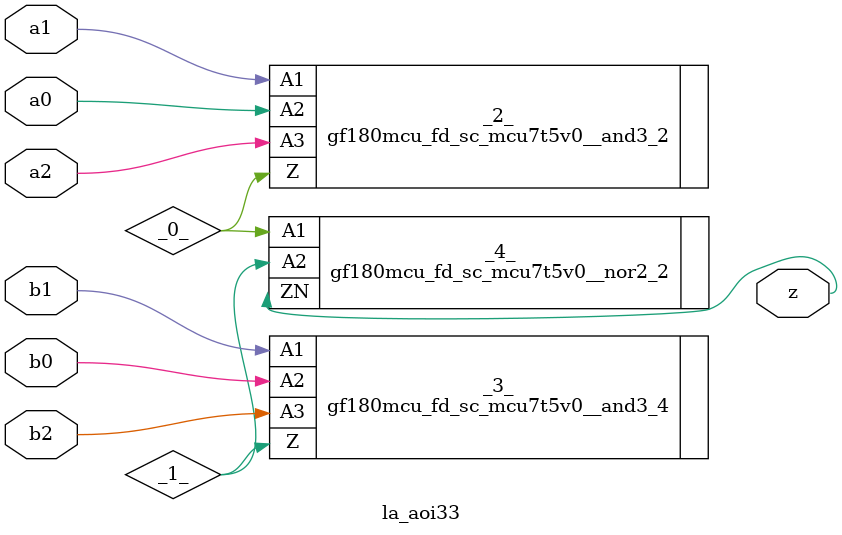
<source format=v>
/* Generated by Yosys 0.37 (git sha1 a5c7f69ed, clang 14.0.0-1ubuntu1.1 -fPIC -Os) */

module la_aoi33(a0, a1, a2, b0, b1, b2, z);
  wire _0_;
  wire _1_;
  input a0;
  wire a0;
  input a1;
  wire a1;
  input a2;
  wire a2;
  input b0;
  wire b0;
  input b1;
  wire b1;
  input b2;
  wire b2;
  output z;
  wire z;
  gf180mcu_fd_sc_mcu7t5v0__and3_2 _2_ (
    .A1(a1),
    .A2(a0),
    .A3(a2),
    .Z(_0_)
  );
  gf180mcu_fd_sc_mcu7t5v0__and3_4 _3_ (
    .A1(b1),
    .A2(b0),
    .A3(b2),
    .Z(_1_)
  );
  gf180mcu_fd_sc_mcu7t5v0__nor2_2 _4_ (
    .A1(_0_),
    .A2(_1_),
    .ZN(z)
  );
endmodule

</source>
